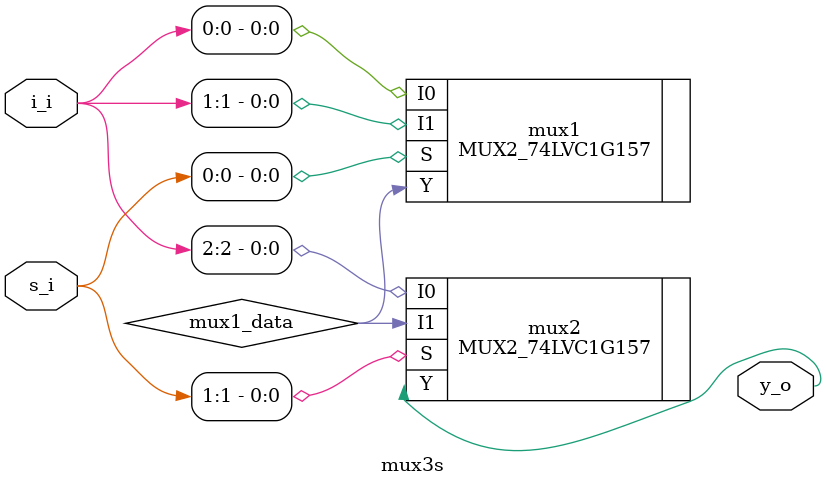
<source format=v>

module mux3s (
  `ifdef PWR_PINS
  input  VDD,
  input  GND,
  `endif
  input [2:0] i_i,
  input [1:0] s_i,
  output      y_o
);
  wire mux1_data;

  MUX2_74LVC1G157 mux1 (
  `ifdef PWR_PINS
    .VDD ( VDD ),
    .GND ( GND ),
  `endif
    .I0 ( i_i[0]    ),
    .I1 ( i_i[1]    ),
    .S  ( s_i[0]    ),
    .Y  ( mux1_data )
  );

  MUX2_74LVC1G157 mux2 (
  `ifdef PWR_PINS
    .VDD ( VDD ),
    .GND ( GND ),
  `endif
    .I0 ( i_i[2]    ),
    .I1 ( mux1_data ),
    .S  ( s_i[1]    ),
    .Y  ( y_o       )
  );

endmodule

</source>
